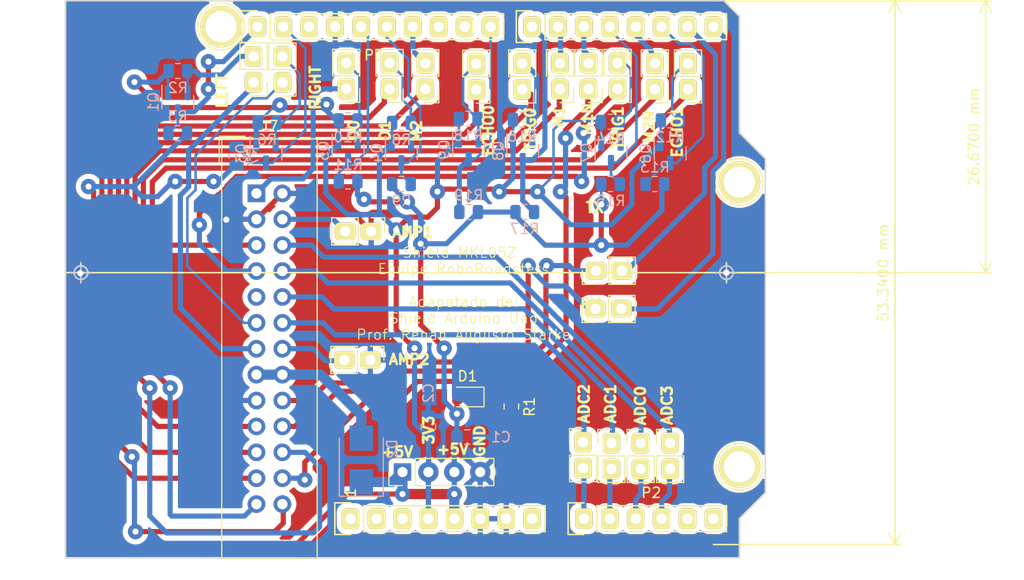
<source format=kicad_pcb>
(kicad_pcb (version 20221018) (generator pcbnew)
  (title_block (date "lun. 30 mars 2015"))
  (layers (0 "F.Cu" signal) (31 "B.Cu" signal) (34 "B.Paste" user) (35 "F.Paste" user) (36 "B.SilkS" user "B.Silkscreen") (37 "F.SilkS" user "F.Silkscreen") (38 "B.Mask" user) (39 "F.Mask" user) (44 "Edge.Cuts" user))
  (net 0 "")
  (net 1 "/IOREF")
  (net 2 "/Reset")
  (net 3 "+5V")
  (net 4 "GND")
  (net 5 "/Vin")
  (net 6 "/AREF")
  (net 7 "+3.3V")
  (net 8 "Net-(D1-K)")
  (net 10 "Net-(J8-Pin_2)")
  (net 11 "A3")
  (net 12 "ADC3")
  (net 13 "13")
  (net 14 "12")
  (net 15 "11")
  (net 16 "10")
  (net 17 "9")
  (net 18 "8")
  (net 19 "7")
  (net 20 "6")
  (net 21 "5")
  (net 22 "4")
  (net 23 "3")
  (net 24 "2")
  (net 25 "Tx")
  (net 26 "Rx")
  (net 27 "A0")
  (net 28 "A1")
  (net 29 "A2")
  (net 30 "ADC0")
  (net 31 "Trig0")
  (net 32 "L_TCRT")
  (net 33 "ADC1")
  (net 34 "Echo0")
  (net 35 "R_TCRT")
  (net 36 "Echo1")
  (net 37 "RXB")
  (net 38 "PWM2")
  (net 39 "Trig1")
  (net 40 "TXB")
  (net 41 "PWM1N")
  (net 42 "D0")
  (net 43 "D1")
  (net 44 "ADC2")
  (net 45 "PWM1")
  (net 46 "PWM2N")
  (net 47 "AMP1")
  (net 48 "AMP2")
  (net 49 "A5(SCL)")
  (net 50 "A4(SDA)")
  (net 51 "Net-(J9-Pin_2)")
  (net 52 "+5VP")
  (net 53 "Net-(J10-Pin_2)")
  (net 54 "Net-(J11-Pin_2)")
  (net 55 "Net-(J12-Pin_2)")
  (net 56 "Net-(J13-Pin_2)")
  (net 57 "Net-(J14-Pin_2)")
  (net 58 "Net-(J16-Pin_2)")
  (footprint "Socket_Arduino_Uno:Socket_Strip_Arduino_1x08" (layer "F.Cu") (at 138.938 123.825)
    (fp_text reference "P1" hide)
    (fp_text value "Power")
  )
  (footprint "Socket_Arduino_Uno:Socket_Strip_Arduino_1x06" (layer "F.Cu") (at 161.798 123.825)
    (fp_text reference "P2")
    (fp_text value "Analog")
  )
  (footprint "Socket_Arduino_Uno:Socket_Strip_Arduino_1x10" (layer "F.Cu") (at 129.794 75.565)
    (fp_text reference "P3")
    (fp_text value "Digital")
  )
  (footprint "Socket_Arduino_Uno:Socket_Strip_Arduino_1x08" (layer "F.Cu") (at 156.718 75.565)
    (fp_text reference "P4")
    (fp_text value "Digital")
  )
  (footprint "Socket_Arduino_Uno:Arduino_1pin" (layer "F.Cu") (at 126.238 75.565)
    (fp_text reference "P7" hide)
    (fp_text value "CONN_01X01" hide)
  )
  (footprint "Socket_Arduino_Uno:Arduino_1pin" (layer "F.Cu") (at 177.038 90.805)
    (fp_text reference "P8" hide)
    (fp_text value "CONN_01X01" hide)
  )
  (footprint "Socket_Arduino_Uno:Arduino_1pin" (layer "F.Cu") (at 177.038 118.745)
    (fp_text reference "P6" hide)
    (fp_text value "CONN_01X01" hide)
  )
  (footprint "Connector_PinHeader_2.54mm:PinHeader_1x04_P2.54mm_Vertical" (layer "F.Cu") (at 144.018 119.253 90)
    (fp_text reference "J23" hide)
    (fp_text value "Conn_01x04_Male")
  )
  (footprint "Resistor_SMD:R_0805_2012Metric" (layer "F.Cu") (at 154.686 112.8245 -90)
    (fp_text reference "R1")
    (fp_text value "R")
  )
  (footprint "LED_SMD:LED_0805_2012Metric" (layer "F.Cu") (at 150.3195 111.887 180)
    (fp_text reference "D1")
    (fp_text value "LED")
  )
  (footprint "Connector_PinHeader_2.54mm:PinHeader_1x02_P2.54mm_Vertical" (layer "F.Cu") (at 162.258 81.685 180)
    (fp_text reference "J20" hide)
    (fp_text value "Conn_01x02_Male")
  )
  (footprint "Connector_PinHeader_2.54mm:PinHeader_1x02_P2.54mm_Vertical" (layer "F.Cu") (at 142.75 81.675 180)
    (fp_text reference "J16" hide)
    (fp_text value "Conn_01x02_Male")
  )
  (footprint "Connector_PinHeader_2.54mm:PinHeader_1x02_P2.54mm_Vertical" (layer "F.Cu") (at 168.75 81.715 180)
    (fp_text reference "J15" hide)
    (fp_text value "Conn_01x02_Male")
  )
  (footprint "Connector_PinHeader_2.54mm:PinHeader_1x02_P2.54mm_Vertical" (layer "F.Cu") (at 138.5 81.655 180)
    (fp_text reference "J14" hide)
    (fp_text value "Conn_01x02_Male")
  )
  (footprint "Connector_PinHeader_2.54mm:PinHeader_1x02_P2.54mm_Vertical" (layer "F.Cu") (at 165.098 81.665 180)
    (fp_text reference "J13" hide)
    (fp_text value "Conn_01x02_Male")
  )
  (footprint "Connector_PinHeader_2.54mm:PinHeader_1x02_P2.54mm_Vertical" (layer "F.Cu") (at 155.75 81.715 180)
    (fp_text reference "J12" hide)
    (fp_text value "Conn_01x02_Male")
  )
  (footprint "Connector_PinHeader_2.54mm:PinHeader_1x02_P2.54mm_Vertical" (layer "F.Cu") (at 151.25 81.745 180)
    (fp_text reference "J11" hide)
    (fp_text value "Conn_01x02_Male")
  )
  (footprint "Connector_PinHeader_2.54mm:PinHeader_1x02_P2.54mm_Vertical" (layer "F.Cu") (at 129.428 81.02 180)
    (fp_text reference "J9" hide)
    (fp_text value "Conn_01x02_Male")
  )
  (footprint "Connector_PinHeader_2.54mm:PinHeader_1x02_P2.54mm_Vertical" (layer "F.Cu") (at 132.25 81.04 180)
    (fp_text reference "J8" hide)
    (fp_text value "Conn_01x02_Male")
  )
  (footprint "Connector_PinHeader_2.54mm:PinHeader_1x02_P2.54mm_Vertical" (layer "F.Cu") (at 140.868 108.255 -90)
    (fp_text reference "J6" hide)
    (fp_text value "Conn_01x02_Male")
  )
  (footprint "Connector_PinHeader_2.54mm:PinHeader_1x02_P2.54mm_Vertical" (layer "F.Cu") (at 140.948 95.645 -90)
    (fp_text reference "J5" hide)
    (fp_text value "Conn_01x02_Male")
  )
  (footprint "Connector_PinHeader_2.54mm:PinHeader_1x02_P2.54mm_Vertical" (layer "F.Cu") (at 170.248 116.395)
    (fp_text reference "J4" hide)
    (fp_text value "Conn_01x02_Male")
  )
  (footprint "Connector_PinHeader_2.54mm:PinHeader_1x02_P2.54mm_Vertical" (layer "F.Cu") (at 164.488 116.405)
    (fp_text reference "J2" hide)
    (fp_text value "Conn_01x02_Male")
  )
  (footprint "Connector_PinHeader_2.54mm:PinHeader_1x02_P2.54mm_Vertical" (layer "F.Cu") (at 167.358 116.405)
    (fp_text reference "J1" hide)
    (fp_text value "Conn_01x02_Male")
  )
  (footprint "Connector_PinHeader_2.54mm:PinHeader_1x02_P2.54mm_Vertical" (layer "F.Cu") (at 172 81.715 180)
    (fp_text reference "J10" hide)
    (fp_text value "Conn_01x02_Male")
  )
  (footprint "Connector_PinHeader_2.54mm:PinHeader_1x02_P2.54mm_Vertical" (layer "F.Cu") (at 146.25 81.695 180)
    (fp_text reference "J19" hide)
    (fp_text value "Conn_01x02_Male")
  )
  (footprint "Connector_PinHeader_2.54mm:PinHeader_1x02_P2.54mm_Vertical" (layer "F.Cu") (at 159.458 81.685 180)
    (fp_text reference "J21" hide)
    (fp_text value "Conn_01x02_Male")
  )
  (footprint "Connector_PinHeader_2.54mm:PinHeader_1x02_P2.54mm_Vertical" (layer "F.Cu") (at 162.975 99.5 90)
    (fp_text reference "J17" hide)
    (fp_text value "Conn_01x02_Male")
  )
  (footprint "Connector_PinHeader_2.54mm:PinHeader_1x02_P2.54mm_Vertical" (layer "F.Cu") (at 161.718 116.325)
    (fp_text reference "J3" hide)
    (fp_text value "Conn_01x02_Male")
  )
  (footprint "Connector_PinHeader_2.54mm:PinHeader_1x02_P2.54mm_Vertical" (layer "F.Cu") (at 162.938 103.25 90)
    (fp_text reference "J18" hide)
    (fp_text value "Conn_01x02_Male")
  )
  (footprint "Connector_IDC:IDC-Header_2x13_P2.54mm_Vertical" (layer "F.Cu") (at 129.70764 91.91752)
    (fp_text reference "J7")
    (fp_text value "Conn_02x13_Odd_Even")
  )
  (footprint "Capacitor_SMD:C_0805_2012Metric_Pad1.15x1.40mm_HandSolder" (layer "B.Cu") (at 150.368 115.824)
    (fp_text reference "C1")
    (fp_text value "100n")
  )
  (footprint "Capacitor_SMD:C_0805_2012Metric_Pad1.15x1.40mm_HandSolder" (layer "B.Cu") (at 146.558 114.808 90)
    (fp_text reference "C2")
    (fp_text value "100n")
  )
  (footprint "Diode_SMD:D_SMB" (layer "B.Cu") (at 139.9794 118.0719 90)
    (fp_text reference "D2")
    (fp_text value "D_Schottky")
  )
  (footprint "Resistor_SMD:R_0805_2012Metric" (layer "B.Cu") (at 164.4125 91)
    (fp_text reference "R15")
    (fp_text value "2k2")
  )
  (footprint "Resistor_SMD:R_0805_2012Metric" (layer "B.Cu") (at 164.3875 84.9)
    (fp_text reference "R14")
    (fp_text value "2k2")
  )
  (footprint "Package_TO_SOT_SMD:SOT-23" (layer "B.Cu") (at 164.45 87.9375 -90)
    (fp_text reference "Q7")
    (fp_text value "2N7002")
  )
  (footprint "Package_TO_SOT_SMD:SOT-23" (layer "B.Cu") (at 143.9125 87.9625 -90)
    (fp_text reference "Q4")
    (fp_text value "2N7002")
  )
  (footprint "Resistor_SMD:R_0805_2012Metric" (layer "B.Cu") (at 122.0125 79.9125)
    (fp_text reference "R2")
    (fp_text value "2k2")
  )
  (footprint "Package_TO_SOT_SMD:SOT-23" (layer "B.Cu") (at 150.50625 87.6375 -90)
    (fp_text reference "Q9")
    (fp_text value "2N7002")
  )
  (footprint "Resistor_SMD:R_0805_2012Metric" (layer "B.Cu") (at 170.25 84.75)
    (fp_text reference "R12")
    (fp_text value "2k2")
  )
  (footprint "Resistor_SMD:R_0805_2012Metric" (layer "B.Cu") (at 155.75 84.685)
    (fp_text reference "R16")
    (fp_text value "2k2")
  )
  (footprint "Package_TO_SOT_SMD:SOT-23" (layer "B.Cu") (at 130.6375 88 -90)
    (fp_text reference "Q3")
    (fp_text value "2N7002")
  )
  (footprint "Package_TO_SOT_SMD:SOT-23" (layer "B.Cu") (at 170.25 88 -90)
    (fp_text reference "Q6")
    (fp_text value "2N7002")
  )
  (footprint "Resistor_SMD:R_0805_2012Metric" (layer "B.Cu") (at 143.9125 91)
    (fp_text reference "R9")
    (fp_text value "2k2")
  )
  (footprint "Resistor_SMD:R_0805_2012Metric" (layer "B.Cu") (at 127.75 88.25 90)
    (fp_text reference "R7")
    (fp_text value "2k2")
  )
  (footprint "Resistor_SMD:R_0805_2012Metric" (layer "B.Cu") (at 138.6875 90.75 180)
    (fp_text reference "R11")
    (fp_text value "2k2")
  )
  (footprint "Resistor_SMD:R_0805_2012Metric" (layer "B.Cu") (at 143.9125 85)
    (fp_text reference "R8")
    (fp_text value "2k2")
  )
  (footprint "Package_TO_SOT_SMD:SOT-23" (layer "B.Cu") (at 122 82.975 -90)
    (fp_text reference "Q1")
    (fp_text value "2N7002")
  )
  (footprint "Resistor_SMD:R_0805_2012Metric" (layer "B.Cu") (at 150.45625 84.6)
    (fp_text reference "R18")
    (fp_text value "2k2")
  )
  (footprint "Resistor_SMD:R_0805_2012Metric" (layer "B.Cu") (at 150.5 93.75 180)
    (fp_text reference "R19")
    (fp_text value "2k2")
  )
  (footprint "Resistor_SMD:R_0805_2012Metric" (layer "B.Cu") (at 130.75 85)
    (fp_text reference "R6")
    (fp_text value "2k2")
  )
  (footprint "Package_TO_SOT_SMD:SOT-23" (layer "B.Cu") (at 138.6875 87.75 -90)
    (fp_text reference "Q5")
    (fp_text value "2N7002")
  )
  (footprint "Package_TO_SOT_SMD:SOT-23" (layer "B.Cu") (at 155.8 87.7475 -90)
    (fp_text reference "Q8")
    (fp_text value "2N7002")
  )
  (footprint "Resistor_SMD:R_0805_2012Metric" (layer "B.Cu") (at 138.6875 84.75)
    (fp_text reference "R10")
    (fp_text value "2k2")
  )
  (footprint "Resistor_SMD:R_0805_2012Metric" (layer "B.Cu") (at 121.9875 86.0125 180)
    (fp_text reference "R3")
    (fp_text value "2k2")
  )
  (footprint "Resistor_SMD:R_0805_2012Metric" (layer "B.Cu") (at 168.75 91 180)
    (fp_text reference "R13")
    (fp_text value "2k2")
  )
  (footprint "Resistor_SMD:R_0805_2012Metric" (layer "B.Cu") (at 156 93.75)
    (fp_text reference "R17")
    (fp_text value "2k2")
  )
  (gr_line (start 179.5 99.695) (end 111 99.695) (stroke (width 0.15)) (layer "F.SilkS"))
  (gr_line (start 177.038 127.6604) (end 177.038 123.825) (stroke (width 0.15)) (layer "Edge.Cuts"))
  (gr_line (start 175.514 73.025) (end 110.998 73.025) (stroke (width 0.15)) (layer "Edge.Cuts"))
  (gr_line (start 110.998 127.6604) (end 177.038 127.6604) (stroke (width 0.15)) (layer "Edge.Cuts"))
  (gr_line (start 177.038 85.979) (end 177.038 74.549) (stroke (width 0.15)) (layer "Edge.Cuts"))
  (gr_line (start 177.038 123.825) (end 179.578 121.285) (stroke (width 0.15)) (layer "Edge.Cuts"))
  (gr_line (start 110.998 73.025) (end 110.998 127.6604) (stroke (width 0.15)) (layer "Edge.Cuts"))
  (gr_line (start 177.038 74.549) (end 175.514 73.025) (stroke (width 0.15)) (layer "Edge.Cuts"))
  (gr_line (start 179.578 121.285) (end 179.578 88.519) (stroke (width 0.15)) (layer "Edge.Cuts"))
  (gr_line (start 179.578 88.519) (end 177.038 85.979) (stroke (width 0.15)) (layer "Edge.Cuts"))
  (gr_text "ADC3" (at 169.9514 112.6998 90) (layer "F.SilkS") (effects (font (size 1 1) (thickness 0.25))))
  (gr_text "RIGHT" (at 135.46836 81.54924 90) (layer "F.SilkS") (effects (font (size 1 1) (thickness 0.25))))
  (gr_text "M2N" (at 168.1988 85.3948 90) (layer "F.SilkS") (effects (font (size 1 1) (thickness 0.25))))
  (gr_text "ADC0" (at 167.3352 112.7252 90) (layer "F.SilkS") (effects (font (size 1 1) (thickness 0.25))))
  (gr_text "GND" (at 151.5872 116.205 90) (layer "F.SilkS") (effects (font (size 1 1) (thickness 0.25))))
  (gr_text "Shield MKL05Z \nEquipe RoboRoadsters\n\nAdapatado de:\nShield Arduino Uno\nProf. Renan Augusto Starke" (at 150 101.75) (layer "F.SilkS") (effects (font (size 1 1) (thickness 0.1))))
  (gr_text "TRIG1" (at 165.1508 85.471 90) (layer "F.SilkS") (effects (font (size 1 1) (thickness 0.25))))
  (gr_text "M1" (at 159.3596 84.3788 90) (layer "F.SilkS") (effects (font (size 1 1) (thickness 0.25))))
  (gr_text "AMP1" (at 145.0086 95.7326) (layer "F.SilkS") (effects (font (size 1 1) (thickness 0.25))))
  (gr_text "ADC1" (at 164.4142 112.5474 90) (layer "F.SilkS") (effects (font (size 1 1) (thickness 0.25))))
  (gr_text "ADC2" (at 161.8234 112.5474 90) (layer "F.SilkS") (effects (font (size 1 1) (thickness 0.25))))
  (gr_text "RX" (at 162.433 102.7684) (layer "F.SilkS") (effects (font (size 1 1) (thickness 0.25))))
  (gr_text "1" (at 138.938 121.285 90) (layer "F.SilkS") (effects (font (size 1 1))))
  (gr_text "+5V" (at 143.51 117.2718) (layer "F.SilkS") (effects (font (size 1 1) (thickness 0.25))))
  (gr_text "3V3" (at 146.5961 115.1382 90) (layer "F.SilkS") (effects (font (size 1 1) (thickness 0.25))))
  (gr_text "ECHO0" (at 152.4508 85.7504 90) (layer "F.SilkS") (effects (font (size 1 1) (thickness 0.25))))
  (gr_text "D0" (at 139.2555 85.7123 90) (layer "F.SilkS") (effects (font (size 1 1) (thickness 0.25))))
  (gr_text "M2" (at 145.3896 85.8012 90) (layer "F.SilkS") (effects (font (size 1 1) (thickness 0.25))))
  (gr_text "AMP2" (at 144.6784 108.204) (layer "F.SilkS") (effects (font (size 1 1) (thickness 0.25))))
  (gr_text "TRIG0" (at 156.5656 85.6234 90) (layer "F.SilkS") (effects (font (size 1 1) (thickness 0.25))))
  (gr_text "D1" (at 142.3162 85.7504 90) (layer "F.SilkS") (effects (font (size 1 1) (thickness 0.25))))
  (gr_text "LEFT" (at 126.32944 81.87944 90) (layer "F.SilkS") (effects (font (size 1 1) (thickness 0.25))))
  (gr_text "+5V" (at 148.9456 117.0178) (layer "F.SilkS") (effects (font (size 1 1) (thickness 0.25))))
  (gr_text "M1N" (at 162.1536 84.6328 90) (layer "F.SilkS") (effects (font (size 1 1) (thickness 0.25))))
  (gr_text "TX" (at 162.8648 93.3196) (layer "F.SilkS") (effects (font (size 1 1) (thickness 0.25))))
  (gr_text "ECHO1" (at 170.942 85.9028 90) (layer "F.SilkS") (effects (font (size 1 1) (thickness 0.25))))
  (dimension (type aligned) (layer "F.SilkS") (pts (xy 174.498 99.695) (xy 174.498 73.025)) (height 26.67) (gr_text "26.6700 mm" (at 200.018 86.36 90) (layer "F.SilkS") (effects (font (size 1 1) (thickness 0.15)))) (format (prefix "") (suffix "") (units 2) (units_format 1) (precision 4)) (style (thickness 0.15) (arrow_length 1.27) (text_position_mode 0) (extension_height 0.58642) (extension_offset 0) keep_text_aligned))
  (dimension (type aligned) (layer "F.SilkS") (pts (xy 174.498 126.365) (xy 174.498 73.025)) (height 17.78) (gr_text "53.3400 mm" (at 191.128 99.695 90) (layer "F.SilkS") (effects (font (size 1 1) (thickness 0.15)))) (format (prefix "") (suffix "") (units 2) (units_format 1) (precision 4)) (style (thickness 0.15) (arrow_length 1.27) (text_position_mode 0) (extension_height 0.58642) (extension_offset 0) keep_text_aligned))
  (target plus (at 175.768 99.695) (size 2) (width 0.15) (layer "Edge.Cuts"))
  (target plus (at 112.5 99.695) (size 2) (width 0.15) (layer "Edge.Cuts"))
  (segment (start 140.5 92.75) (end 144.49707 92.75) (width 0.5) (layer "F.Cu") (net 3))
  (segment (start 113.75 91.75) (end 113.75 123.18782) (width 0.5) (layer "F.Cu") (net 3))
  (segment (start 163.5 93) (end 163.5 97) (width 0.5) (layer "F.Cu") (net 3))
  (segment (start 149.352 111.917) (end 149.382 111.887) (width 0.508) (layer "F.Cu") (net 3))
  (segment (start 145.8 96.8627) (end 145.8 104.8) (width 0.508) (layer "F.Cu") (net 3))
  (segment (start 117.21198 126.6498) (end 133.348384 126.6498) (width 0.5) (layer "F.Cu") (net 3))
  (segment (start 113.75 123.18782) (end 117.21198 126.6498) (width 0.5) (layer "F.Cu") (net 3))
  (segment (start 113.25 91.25) (end 113.75 91.75) (width 0.5) (layer "F.Cu") (net 3))
  (segment (start 144.018 121.412) (end 149.098 121.412) (width 1) (layer "F.Cu") (net 3))
  (segment (start 149.352 113.538) (end 149.352 111.917) (width 0.508) (layer "F.Cu") (net 3))
  (segment (start 133.348384 126.6498) (end 138.586184 121.412) (width 0.5) (layer "F.Cu") (net 3))
  (segment (start 140.25 92.5) (end 140.5 92.75) (width 0.5) (layer "F.Cu") (net 3))
  (segment (start 138.586184 121.412) (end 144.018 121.412) (width 0.5) (layer "F.Cu") (net 3))
  (segment (start 125.5 90.75) (end 121.75 90.75) (width 0.5) (layer "F.Cu") (net 3))
  (segment (start 145.8 104.8) (end 148.1 107.1) (width 0.508) (layer "F.Cu") (net 3))
  (segment (start 144.49707 92.75) (end 144.499866 92.752796) (width 0.5) (layer "F.Cu") (net 3))
  (via (at 149.098 121.412) (size 1.5) (drill 0.6) (layers "F.Cu" "B.Cu") (net 3))
  (via (at 113.25 91.25) (size 1.5) (drill 0.6) (layers "F.Cu" "B.Cu") (net 3))
  (via (at 145.8 96.8627) (size 1.5) (drill 0.6) (layers "F.Cu" "B.Cu") (net 3))
  (via (at 144.499866 92.752796) (size 1.5) (drill 0.6) (layers "F.Cu" "B.Cu") (net 3))
  (via (at 149.352 113.538) (size 1.5) (drill 0.6) (layers "F.Cu" "B.Cu") (net 3))
  (via (at 140.25 92.5) (size 1.5) (drill 0.6) (layers "F.Cu" "B.Cu") (net 3))
  (via (at 163.5 97) (size 1.5) (drill 0.6) (layers "F.Cu" "B.Cu") (net 3))
  (via (at 125.5 90.75) (size 1.5) (drill 0.6) (layers "F.Cu" "B.Cu") (net 3))
  (via (at 144.018 121.412) (size 1.5) (drill 0.6) (layers "F.Cu" "B.Cu") (net 3))
  (via (at 148.1 107.1) (size 1.5) (drill 0.6) (layers "F.Cu" "B.Cu") (net 3))
  (via (at 163.5 93) (size 1.5) (drill 0.6) (layers "F.Cu" "B.Cu") (net 3))
  (via (at 121.75 90.75) (size 1.5) (drill 0.6) (layers "F.Cu" "B.Cu") (net 3))
  (segment (start 127.5875 89.1625) (end 127 89.75) (width 0.5) (layer "B.Cu") (net 3))
  (segment (start 144.499866 92.749866) (end 143 91.25) (width 0.5) (layer "B.Cu") (net 3))
  (segment (start 118.5 92.25) (end 117.625 91.375) (width 0.5) (layer "B.Cu") (net 3))
  (segment (start 149.343 115.024) (end 149.352 115.015) (width 0.508) (layer "B.Cu") (net 3))
  (segment (start 143.9164 119.1514) (end 144.018 119.253) (width 1) (layer "B.Cu") (net 3))
  (segment (start 151.4125 93.75) (end 154.75 93.75) (width 0.5) (layer "B.Cu") (net 3))
  (segment (start 120 92.25) (end 118.5 92.25) (width 0.5) (layer "B.Cu") (net 3))
  (segment (start 140.25 92.75) (end 140.25 92.75) (width 0.5) (layer "B.Cu") (net 3))
  (segment (start 143 91.25) (end 143 91) (width 0.5) (layer "B.Cu") (net 3))
  (segment (start 149.352 115.015) (end 149.352 113.538) (width 0.508) (layer "B.Cu") (net 3))
  (segment (start 148.1 112.286) (end 148.1 107.1) (width 0.508) (layer "B.Cu") (net 3))
  (segment (start 145.8 96.8627) (end 148.325459 96.8627) (width 0.5) (layer "B.Cu") (net 3))
  (segment (start 139.6 92.1) (end 140 92.5) (width 0.5) (layer "B.Cu") (net 3))
  (segment (start 126.25 90.5) (end 126 90.75) (width 0.25) (layer "B.Cu") (net 3))
  (segment (start 127 89.75) (end 126.25 90.5) (width 0.5) (layer "B.Cu") (net 3))
  (segment (start 166 97) (end 169.45 93.55) (width 0.5) (layer "B.Cu") (net 3))
  (segment (start 143.0491 120.2219) (end 144.018 119.253) (width 1) (layer "B.Cu") (net 3))
  (segment (start 145.8 95) (end 146 94.8) (width 0.508) (layer "B.Cu") (net 3))
  (segment (start 122.7012 86.2113) (end 122.9 86.0125) (width 0.5) (layer "B.Cu") (net 3))
  (segment (start 163.5 91) (end 163.5 93) (width 0.25) (layer "B.Cu") (net 3))
  (segment (start 140.25 92.5) (end 140.25 92.75) (width 0.5) (layer "B.Cu") (net 3))
  (segment (start 113.25 91.25) (end 117.25 91.25) (width 0.5) (layer "B.Cu") (net 3))
  (segment (start 125.5 90.75) (end 125.75 90.75) (width 0.25) (layer "B.Cu") (net 3))
  (segment (start 139.6 91.1) (end 139.6 92.1) (width 0.5) (layer "B.Cu") (net 3))
  (segment (start 127.75 89.1625) (end 127.5875 89.1625) (width 0.25) (layer "B.Cu") (net 3))
  (segment (start 122.9 86.038159) (end 122.9 86.0125) (width 0.5) (layer "B.Cu") (net 3))
  (segment (start 139.7 91) (end 139.6 91.1) (width 0.5) (layer "B.Cu") (net 3))
  (segment (start 139.9794 120.2219) (end 143.0491 120.2219) (width 1) (layer "B.Cu") (net 3))
  (segment (start 149.098 121.412) (end 149.098 123.825) (width 1) (layer "B.Cu") (net 3))
  (segment (start 151.4125 93.775659) (end 151.4125 93.75) (width 0.5) (layer "B.Cu") (net 3))
  (segment (start 144.499866 92.752796) (end 144.499866 92.749866) (width 0.5) (layer "B.Cu") (net 3))
  (segment (start 144.018 119.253) (end 144.018 121.412) (width 1) (layer "B.Cu") (net 3))
  (segment (start 145.8 96.8627) (end 145.8 95) (width 0.508) (layer "B.Cu") (net 3))
  (segment (start 158 97) (end 163.5 97) (width 0.5) (layer "B.Cu") (net 3))
  (segment (start 126 90.75) (end 125.5 90.75) (width 0.25) (layer "B.Cu") (net 3))
  (segment (start 154.75 93.75) (end 158 97) (width 0.5) (layer "B.Cu") (net 3))
  (segment (start 140 92.5) (end 140.25 92.5) (width 0.5) (layer "B.Cu") (net 3))
  (segment (start 149.343 115.824) (end 149.343 115.024) (width 0.508) (layer "B.Cu") (net 3))
  (segment (start 149.352 113.538) (end 148.1 112.286) (width 0.508) (layer "B.Cu") (net 3))
  (segment (start 145.8 94.05) (end 145.8 96.8627) (width 0.5) (layer "B.Cu") (net 3))
  (segment (start 145.8 96.8627) (end 145.8 94.549077) (width 0.508) (layer "B.Cu") (net 3))
  (segment (start 144.502796 92.752796) (end 145.8 94.05) (width 0.5) (layer "B.Cu") (net 3))
  (segment (start 169.45 93.55) (end 169.45 91) (width 0.5) (layer "B.Cu") (net 3))
  (segment (start 144.499866 92.752796) (end 144.502796 92.752796) (width 0.5) (layer "B.Cu") (net 3))
  (segment (start 117.688159 91.25) (end 122.9 86.038159) (width 0.5) (layer "B.Cu") (net 3))
  (segment (start 121.375 90.875) (end 120 92.25) (width 0.5) (layer "B.Cu") (net 3))
  (segment (start 148.325459 96.8627) (end 151.4125 93.775659) (width 0.5) (layer "B.Cu") (net 3))
  (segment (start 149.098 119.253) (end 149.098 115.833) (width 0.508) (layer "B.Cu") (net 3))
  (segment (start 117.25 91.25) (end 117.688159 91.25) (width 0.5) (layer "B.Cu") (net 3))
  (segment (start 163.5 97) (end 166 97) (width 0.5) (layer "B.Cu") (net 3))
  (segment (start 149.098 119.253) (end 149.098 123.825) (width 0.508) (layer "B.Cu") (net 3))
  (segment (start 129.70764 94.45752) (end 132.24764 91.91752) (width 0.5) (layer "F.Cu") (net 4))
  (segment (start 140.868 108.255) (end 140.868 95.725) (width 0.25) (layer "F.Cu") (net 4))
  (segment (start 140.868 95.725) (end 140.948 95.645) (width 0.25) (layer "F.Cu") (net 4))
  (segment (start 137.22052 91.91752) (end 140.948 95.645) (width 0.5) (layer "F.Cu") (net 4))
  (segment (start 132.24764 91.91752) (end 137.22052 91.91752) (width 0.5) (layer "F.Cu") (net 4))
  (via (at 175.768 99.695) (size 1.5) (drill 0.6) (layers "F.Cu" "B.Cu") (net 4))
  (via (at 126.75 94.5) (size 1.5) (drill 0.6) (layers "F.Cu" "B.Cu") (net 4))
  (via (at 112.4457 99.75) (size 1.5) (drill 0.6) (layers "F.Cu" "B.Cu") (net 4))
  (segment (start 151.638 123.825) (end 151.638 119.253) (width 0.508) (layer "B.Cu") (net 4))
  (segment (start 151.638 116.069) (end 151.393 115.824) (width 0.508) (layer "B.Cu") (net 4))
  (segment (start 157.752524 91.747476) (end 157.252524 91.747476) (width 0.508) (layer "F.Cu") (net 7))
  (segment (start 143.4 105.3) (end 145.2 107.1) (width 0.508) (layer "F.Cu") (net 7))
  (segment (start 153.25 91.5) (end 147.69375 91.5) (width 0.508) (layer "F.Cu") (net 7))
  (segment (start 157.25 91.75) (end 153.5 91.75) (width 0.508) (layer "F.Cu") (net 7))
  (segment (start 144.65 94.25) (end 146.5 94.25) (width 0.508) (layer "F.Cu") (net 7))
  (segment (start 147.69375 91.5) (end 147.44375 91.75) (width 0.508) (layer "F.Cu") (net 7))
  (segment (start 143.4 95.5) (end 143.4 105.3) (width 0.508) (layer "F.Cu") (net 7))
  (segment (start 120.25 83.5) (end 117.75 81) (width 0.5) (layer "F.Cu") (net 7))
  (segment (start 136.260147 83.5) (end 120.25 83.5) (width 0.5) (layer "F.Cu") (net 7))
  (segment (start 147.44375 93.30625) (end 147.44375 91.75) (width 0.508) (layer "F.Cu") (net 7))
  (segment (start 153.5 91.75) (end 153.25 91.5) (width 0.508) (layer "F.Cu") (net 7))
  (segment (start 136.569647 83.1905) (end 136.260147 83.5) (width 0.5) (layer "F.Cu") (net 7))
  (segment (start 143.4 95.5) (end 144.65 94.25) (width 0.508) (layer "F.Cu") (net 7))
  (segment (start 157.252524 91.747476) (end 157.25 91.75) (width 0.508) (layer "F.Cu") (net 7))
  (segment (start 146.5 94.25) (end 147.44375 93.30625) (width 0.508) (layer "F.Cu") (net 7))
  (via (at 132 83.25) (size 1.5) (drill 0.6) (layers "F.Cu" "B.Cu") (net 7))
  (via (at 147.44375 91.75) (size 1.5) (drill 0.6) (layers "F.Cu" "B.Cu") (net 7))
  (via (at 143.4 95.5) (size 1.5) (drill 0.6) (layers "F.Cu" "B.Cu") (net 7))
  (via (at 157.25 91.75) (size 1.5) (drill 0.6) (layers "F.Cu" "B.Cu") (net 7))
  (via (at 153.5 91.75) (size 1.5) (drill 0.6) (layers "F.Cu" "B.Cu") (net 7))
  (via (at 136.569647 83.1905) (size 1.5) (drill 0.6) (layers "F.Cu" "B.Cu") (net 7))
  (via (at 117.75 81) (size 1.5) (drill 0.6) (layers "F.Cu" "B.Cu") (net 7))
  (via (at 145.2 107.1) (size 1.5) (drill 0.6) (layers "F.Cu" "B.Cu") (net 7))
  (segment (start 153.5 91.75) (end 154.85 90.4) (width 0.508) (layer "B.Cu") (net 7))
  (segment (start 142.9625 87.025) (end 142.9625 87.1125) (width 0.25) (layer "B.Cu") (net 7))
  (segment (start 131.5875 83.25) (end 132 83.25) (width 0.25) (layer "B.Cu") (net 7))
  (segment (start 141.9 94) (end 138.6 94) (width 0.508) (layer "B.Cu") (net 7))
  (segment (start 158.8202 90.1798) (end 158.8202 85.6798) (width 0.25) (layer "B.Cu") (net 7))
  (segment (start 157.25 91.75) (end 158.8202 90.1798) (width 0.25) (layer "B.Cu") (net 7))
  (segment (start 154.85 84.6975) (end 154.8375 84.685) (width 0.25) (layer "B.Cu") (net 7))
  (segment (start 154.85 86.81) (end 154.85 84.6975) (width 0.25) (layer "B.Cu") (net 7))
  (segment (start 166.5 93) (end 166.5 89.8625) (width 0.5) (layer "B.Cu") (net 7))
  (segment (start 164.5 95) (end 166.5 93) (width 0.5) (layer "B.Cu") (net 7))
  (segment (start 146.558 117.375) (end 146.6 117.4) (width 0.508) (layer "B.Cu") (net 7))
  (segment (start 137.775 87.0875) (end 137.7375 87.125) (width 0.25) (layer "B.Cu") (net 7))
  (segment (start 129.6875 87.0625) (end 129.6875 85.15) (width 0.508) (layer "B.Cu") (net 7))
  (segment (start 121.05 79.9625) (end 121.1 79.9125) (width 0.25) (layer "B.Cu") (net 7))
  (segment (start 160.5 95) (end 164.5 95) (width 0.5) (layer "B.Cu") (net 7))
  (segment (start 141.75 93.85) (end 141.75 88.2375) (width 0.5) (layer "B.Cu") (net 7))
  (segment (start 141.75 88.2375) (end 142.9625 87.025) (width 0.5) (layer "B.Cu") (net 7))
  (segment (start 136.5 88.3625) (end 137.7375 87.125) (width 0.508) (layer "B.Cu") (net 7))
  (segment (start 129.8375 85) (end 131.5875 83.25) (width 0.25) (layer "B.Cu") (net 7))
  (segment (start 143.4 95.5) (end 141.75 93.85) (width 0.5) (layer "B.Cu") (net 7))
  (segment (start 149.54375 86.6875) (end 149.55625 86.7) (width 0.25) (layer "B.Cu") (net 7))
  (segment (start 145.2 114.475) (end 145.2 107.5) (width 0.508) (layer "B.Cu") (net 7))
  (segment (start 166.5 89.8625) (end 169.3 87.0625) (width 0.5) (layer "B.Cu") (net 7))
  (segment (start 147.44375 91.75) (end 147.44375 88.8125) (width 0.508) (layer "B.Cu") (net 7))
  (segment (start 121.05 82.0375) (end 121.05 79.9625) (width 0.25) (layer "B.Cu") (net 7))
  (segment (start 159.6798 84.8202) (end 163.3952 84.8202) (width 0.25) (layer "B.Cu") (net 7))
  (segment (start 163.5 84.925) (end 163.475 84.9) (width 0.25) (layer "B.Cu") (net 7))
  (segment (start 147.44375 88.8125) (end 149.55625 86.7) (width 0.508) (layer "B.Cu") (net 7))
  (segment (start 129.6875 85.15) (end 129.8375 85) (width 0.508) (layer "B.Cu") (net 7))
  (segment (start 117.75 81) (end 120.0125 81) (width 0.5) (layer "B.Cu") (net 7))
  (segment (start 146.558 115.833) (end 146.558 117.375) (width 0.508) (layer "B.Cu") (net 7))
  (segment (start 158.8202 85.6798) (end 159.6798 84.8202) (width 0.25) (layer "B.Cu") (net 7))
  (segment (start 143 84.9) (end 143 86.9875) (width 0.25) (layer "B.Cu") (net 7))
  (segment (start 149.54375 84.6) (end 149.54375 86.6875) (width 0.25) (layer "B.Cu") (net 7))
  (segment (start 136.5 91.9) (end 136.5 88.3625) (width 0.508) (layer "B.Cu") (net 7))
  (segment (start 143.4 95.5) (end 141.9 94) (width 0.508) (layer "B.Cu") (net 7))
  (segment (start 137.775 85) (end 137.775 87.0875) (width 0.25) (layer "B.Cu") (net 7))
  (segment (start 169.3375 84.75) (end 169.3375 87.025) (width 0.25) (layer "B.Cu") (net 7))
  (segment (start 120.0125 81) (end 121.1 79.9125) (width 0.5) (layer "B.Cu") (net 7))
  (segment (start 163.5 87) (end 163.5 84.925) (width 0.25) (layer "B.Cu") (net 7))
  (segment (start 154.85 90.4) (end 154.85 86.81) (width 0.508) (layer "B.Cu") (net 7))
  (segment (start 138.6 94) (end 136.5 91.9) (width 0.508) (layer "B.Cu") (net 7))
  (segment (start 143 86.9875) (end 142.9625 87.025) (width 0.25) (layer "B.Cu") (net 7))
  (segment (start 163.3952 84.8202) (end 163.475 84.9) (width 0.25) (layer "B.Cu") (net 7))
  (segment (start 146.558 115.833) (end 145.2 114.475) (width 0.508) (layer "B.Cu") (net 7))
  (segment (start 145.2 107.1) (end 145.2 107) (width 0.508) (layer "B.Cu") (net 7))
  (segment (start 136.569647 83.794647) (end 137.775 85) (width 0.5) (layer "B.Cu") (net 7))
  (segment (start 145.2 107.5) (end 145.2 107.1) (width 0.508) (layer "B.Cu") (net 7))
  (segment (start 157.25 91.75) (end 160.5 95) (width 0.5) (layer "B.Cu") (net 7))
  (segment (start 136.569647 83.1905) (end 136.569647 83.794647) (width 0.5) (layer "B.Cu") (net 7))
  (segment (start 169.3375 87.025) (end 169.3 87.0625) (width 0.25) (layer "B.Cu") (net 7))
  (segment (start 146.558 123.825) (end 146.558 119.253) (width 0.508) (layer "B.Cu") (net 7))
  (segment (start 146.6 117.4) (end 146.558 119.253) (width 0.508) (layer "B.Cu") (net 7))
  (segment (start 151.257 111.887) (end 154.686 111.887) (width 0.508) (layer "F.Cu") (net 8))
  (segment (start 133.9452 83.3048) (end 133.9452 80.1952) (width 0.25) (layer "B.Cu") (net 10))
  (segment (start 131.5875 87.0625) (end 131.5875 85.075) (width 0.25) (layer "B.Cu") (net 10))
  (segment (start 131.5875 85.075) (end 131.6625 85) (width 0.25) (layer "B.Cu") (net 10))
  (segment (start 131.6625 85) (end 132.25 85) (width 0.25) (layer "B.Cu") (net 10))
  (segment (start 132.25 85) (end 133.9452 83.3048) (width 0.25) (layer "B.Cu") (net 10))
  (segment (start 133.9452 80.1952) (end 132.25 78.5) (width 0.25) (layer "B.Cu") (net 10))
  (segment (start 169.418 123.825) (end 169.418 122.174) (width 0.508) (layer "B.Cu") (net 11))
  (segment (start 169.418 122.174) (end 170.18 121.412) (width 0.508) (layer "B.Cu") (net 11))
  (segment (start 170.18 121.412) (end 170.18 118.999) (width 0.508) (layer "B.Cu") (net 11))
  (segment (start 135.09752 96.99752) (end 136.271 98.171) (width 0.508) (layer "B.Cu") (net 12))
  (segment (start 170.18 115.101) (end 170.18 116.459) (width 0.508) (layer "B.Cu") (net 12))
  (segment (start 153.25 98.171) (end 170.18 115.101) (width 0.508) (layer "B.Cu") (net 12))
  (segment (start 136.271 98.171) (end 153.25 98.171) (width 0.508) (layer "B.Cu") (net 12))
  (segment (start 132.24764 96.99752) (end 135.09752 96.99752) (width 0.508) (layer "B.Cu") (net 12))
  (segment (start 140.6314 76.2424) (end 139.954 75.565) (width 0.25) (layer "B.Cu") (net 13))
  (segment (start 137.775 89.9125) (end 138.6875 89) (width 0.25) (layer "B.Cu") (net 13))
  (segment (start 137.775 91.1) (end 137.775 89.9125) (width 0.25) (layer "B.Cu") (net 13))
  (segment (start 138.6875 89) (end 139.319961 89) (width 0.25) (layer "B.Cu") (net 13))
  (segment (start 140.6314 87.688561) (end 140.6314 76.2424) (width 0.25) (layer "B.Cu") (net 13))
  (segment (start 139.319961 89) (end 140.6314 87.688561) (width 0.25) (layer "B.Cu") (net 13))
  (segment (start 145.7673 84.168418) (end 145.7673 83.446786) (width 0.25) (layer "B.Cu") (net 14))
  (segment (start 143.9125 88.9) (end 144.544961 88.9) (width 0.25) (layer "B.Cu") (net 14))
  (segment (start 142.494 76.644514) (end 142.494 75.565) (width 0.25) (layer "B.Cu") (net 14))
  (segment (start 144.5982 78.748714) (end 142.494 76.644514) (width 0.25) (layer "B.Cu") (net 14))
  (segment (start 144.544961 88.9) (end 145.7673 87.677661) (width 0.25) (layer "B.Cu") (net 14))
  (segment (start 143.9125 90.0875) (end 144.825 91) (width 0.25) (layer "B.Cu") (net 14))
  (segment (start 144.5982 82.277686) (end 144.5982 78.748714) (width 0.25) (layer "B.Cu") (net 14))
  (segment (start 143.9125 88.9) (end 143.9125 90.0875) (width 0.25) (layer "B.Cu") (net 14))
  (segment (start 144.5982 82.277686) (end 144.5982 82.25) (width 0.25) (layer "B.Cu") (net 14))
  (segment (start 145.7673 83.446786) (end 144.5982 82.277686) (width 0.25) (layer "B.Cu") (net 14))
  (segment (start 144.825 91.025659) (end 144.825 91) (width 0.5) (layer "B.Cu") (net 14))
  (segment (start 145.7673 87.677661) (end 145.7673 84.168418) (width 0.25) (layer "B.Cu") (net 14))
  (segment (start 145.034 75.565) (end 145.034 77.939) (width 0.508) (layer "B.Cu") (net 15))
  (segment (start 145.034 77.939) (end 146.25 79.155) (width 0.508) (layer "B.Cu") (net 15))
  (segment (start 150.50625 88.575) (end 151.138711 88.575) (width 0.25) (layer "B.Cu") (net 18))
  (segment (start 149.5875 93.75) (end 149.5875 89.49375) (width 0.5) (layer "B.Cu") (net 18))
  (segment (start 149.5875 89.49375) (end 150.50625 88.575) (width 0.5) (layer "B.Cu") (net 18))
  (segment (start 152.654 87.059711) (end 152.654 75.565) (width 0.25) (layer "B.Cu") (net 18))
  (segment (start 151.138711 88.575) (end 152.654 87.059711) (width 0.25) (layer "B.Cu") (net 18))
  (segment (start 156.6625 93.5) (end 156.1548 92.9923) (width 0.5) (layer "B.Cu") (net 19))
  (segment (start 156.1548 92.9923) (end 156.1548 92.966641) (width 0.5) (layer "B.Cu") (net 19))
  (segment (start 157.9772 76.8242) (end 157.9772 87.4379) (width 0.508) (layer "B.Cu") (net 19))
  (segment (start 156.718 75.565) (end 157.9772 76.8242) (width 0.508) (layer "B.Cu") (net 19))
  (segment (start 157.9772 87.4379) (end 156.7301 88.685) (width 0.508) (layer "B.Cu") (net 19))
  (segment (start 156.7301 88.685) (end 155.8 88.685) (width 0.508) (layer "B.Cu") (net 19))
  (segment (start 156.591 75.692) (end 156.718 75.565) (width 0.508) (layer "B.Cu") (net 19))
  (segment (start 155.8 92.611841) (end 155.8 88.685) (width 0.5) (layer "B.Cu") (net 19))
  (segment (start 156.1548 92.966641) (end 155.8 92.611841) (width 0.5) (layer "B.Cu") (net 19))
  (segment (start 159.512 79.629) (end 159.512 75.819) (width 0.508) (layer "B.Cu") (net 20))
  (segment (start 159.512 75.819) (end 159.258 75.565) (width 0.508) (layer "B.Cu") (net 20))
  (segment (start 162.306 78.426919) (end 161.798 77.918919) (width 0.508) (layer "B.Cu") (net 21))
  (segment (start 161.798 77.918919) (end 161.798 75.565) (width 0.508) (layer "B.Cu") (net 21))
  (segment (start 162.306 79.629) (end 162.306 78.426919) (width 0.508) (layer "B.Cu") (net 21))
  (segment (start 165.082461 88.875) (end 166.9462 87.011261) (width 0.25) (layer "B.Cu") (net 22))
  (segment (start 166.9462 78.50524) (end 164.338 75.89704) (width 0.25) (layer "B.Cu") (net 22))
  (segment (start 164.338 75.89704) (end 164.338 75.565) (width 0.25) (layer "B.Cu") (net 22))
  (segment (start 164.45 90.125) (end 165.325 91) (width 0.25) (layer "B.Cu") (net 22))
  (segment (start 164.45 88.875) (end 164.45 90.125) (width 0.25) (layer "B.Cu") (net 22))
  (segment (start 166.9462 87.011261) (end 166.9462 78.50524) (width 0.25) (layer "B.Cu") (net 22))
  (segment (start 164.45 88.875) (end 165.082461 88.875) (width 0.25) (layer "B.Cu") (net 22))
  (segment (start 168.402 78.994) (end 168.402 77.902) (width 0.508) (layer "B.Cu") (net 23))
  (segment (start 168.402 77.902) (end 166.878 76.378) (width 0.508) (layer "B.Cu") (net 23))
  (segment (start 166.878 76.378) (end 166.878 75.565) (width 0.508) (layer "B.Cu") (net 23))
  (segment (start 172.25 77.25) (end 171.103 77.25) (width 0.25) (layer "B.Cu") (net 24))
  (segment (start 170.25 88.9375) (end 169.838618 88.9375) (width 0.25) (layer "B.Cu") (net 24))
  (segment (start 173.5 86.319961) (end 173.5 78.5) (width 0.25) (layer "B.Cu") (net 24))
  (segment (start 169.838618 88.9375) (end 167.776118 91) (width 0.25) (layer "B.Cu") (net 24))
  (segment (start 170.882461 88.9375) (end 173.5 86.319961) (width 0.25) (layer "B.Cu") (net 24))
  (segment (start 167.776118 91) (end 167.625 91) (width 0.25) (layer "B.Cu") (net 24))
  (segment (start 173.5 78.5) (end 172.25 77.25) (width 0.25) (layer "B.Cu") (net 24))
  (segment (start 171.103 77.25) (end 169.418 75.565) (width 0.25) (layer "B.Cu") (net 24))
  (segment (start 170.25 88.9375) (end 170.882461 88.9375) (width 0.25) (layer "B.Cu") (net 24))
  (segment (start 174.6872 88.342383) (end 173.6344 89.395183) (width 0.508) (layer "B.Cu") (net 25))
  (segment (start 173.6344 91.8656) (end 166 99.5) (width 0.508) (layer "B.Cu") (net 25))
  (segment (start 173.6344 89.395183) (end 173.6344 91.8656) (width 0.508) (layer "B.Cu") (net 25))
  (segment (start 166 99.5) (end 165.515 99.5) (width 0.508) (layer "B.Cu") (net 25))
  (segment (start 174.6872 78.2942) (end 174.6872 88.342383) (width 0.508) (layer "B.Cu") (net 25))
  (segment (start 171.958 75.565) (end 174.6872 78.2942) (width 0.508) (layer "B.Cu") (net 25))
  (segment (start 174.4472 97.8028) (end 174.4472 89.731855) (width 0.508) (layer "B.Cu") (net 26))
  (segment (start 175.5 76.567) (end 174.498 75.565) (width 0.508) (layer "B.Cu") (net 26))
  (segment (start 169 103.25) (end 174.4472 97.8028) (width 0.508) (layer "B.Cu") (net 26))
  (segment (start 165.478 103.25) (end 169 103.25) (width 0.508) (layer "B.Cu") (net 26))
  (segment (start 174.4472 89.731855) (end 175.5 88.679055) (width 0.508) (layer "B.Cu") (net 26))
  (segment (start 175.5 88.679055) (end 175.5 76.567) (width 0.508) (layer "B.Cu") (net 26))
  (segment (start 161.798 118.999) (end 161.798 123.825) (width 0.508) (layer "B.Cu") (net 27))
  (segment (start 164.338 123.825) (end 164.338 119.253) (width 0.508) (layer "B.Cu") (net 28))
  (segment (start 164.338 119.253) (end 164.592 118.999) (width 0.508) (layer "B.Cu") (net 28))
  (segment (start 166.878 123.825) (end 166.878 121.92) (width 0.508) (layer "B.Cu") (net 29))
  (segment (start 167.386 121.412) (end 167.386 118.999) (width 0.508) (layer "B.Cu") (net 29))
  (segment (start 166.878 121.92) (end 167.386 121.412) (width 0.508) (layer "B.Cu") (net 29))
  (segment (start 166.878 123.825) (end 166.878 122.301) (width 0.508) (layer "B.Cu") (net 29))
  (segment (start 132.24764 99.53752) (end 135.5344 99.53752) (width 0.508) (layer "B.Cu") (net 30))
  (segment (start 136.70788 100.711) (end 154.571972 100.711) (width 0.508) (layer "B.Cu") (net 30))
  (segment (start 135.5344 99.53752) (end 136.70788 100.711) (width 0.508) (layer "B.Cu") (net 30))
  (segment (start 167.386 115.101) (end 167.386 116.459) (width 0.508) (layer "B.Cu") (net 30))
  (segment (start 167.386 113.525028) (end 167.386 115.101) (width 0.508) (layer "B.Cu") (net 30))
  (segment (start 154.571972 100.711) (end 167.386 113.525028) (width 0.508) (layer "B.Cu") (net 30))
  (segment (start 156.591 83.527) (end 153.1808 86.9372) (width 0.508) (layer "F.Cu") (net 31))
  (segment (start 120.02516 114.77752) (end 129.70764 114.77752) (width 0.508) (layer "F.Cu") (net 31))
  (segment (start 116.9972 111.74956) (end 118.50624 113.2586) (width 0.508) (layer "F.Cu") (net 31))
  (segment (start 116.9972 89.836384) (end 116.9972 111.74956) (width 0.508) (layer "F.Cu") (net 31))
  (segment (start 118.50624 113.2586) (end 120.02516 114.77752) (width 0.508) (layer "F.Cu") (net 31))
  (segment (start 153.1808 86.9372) (end 119.896383 86.9372) (width 0.508) (layer "F.Cu") (net 31))
  (segment (start 119.896383 86.9372) (end 116.9972 89.836384) (width 0.508) (layer "F.Cu") (net 31))
  (segment (start 118.40464 113.157) (end 118.50624 113.2586) (width 0.508) (layer "F.Cu") (net 31))
  (segment (start 156.591 82.169) (end 156.591 83.527) (width 0.508) (layer "F.Cu") (net 31))
  (segment (start 129.70764 107.15752) (end 126.24816 107.15752) (width 0.508) (layer "B.Cu") (net 32))
  (segment (start 123.0588 91.292123) (end 123.0588 87.710016) (width 0.508) (layer "B.Cu") (net 32))
  (segment (start 129.428 81.340816) (end 129.428 81.02) (width 0.508) (layer "B.Cu") (net 32))
  (segment (start 123.0588 87.710016) (end 129.428 81.340816) (width 0.508) (layer "B.Cu") (net 32))
  (segment (start 126.24816 107.15752) (end 122.25 103.15936) (width 0.508) (layer "B.Cu") (net 32))
  (segment (start 122.25 92.100923) (end 123.0588 91.292123) (width 0.508) (layer "B.Cu") (net 32))
  (segment (start 122.25 103.15936) (end 122.25 92.100923) (width 0.508) (layer "B.Cu") (net 32))
  (segment (start 155.962486 103.251) (end 137.30224 103.251) (width 0.508) (layer "B.Cu") (net 33))
  (segment (start 164.592 111.880514) (end 155.962486 103.251) (width 0.508) (layer "B.Cu") (net 33))
  (segment (start 136.12876 102.07752) (end 137.30224 103.251) (width 0.508) (layer "B.Cu") (net 33))
  (segment (start 132.24764 102.07752) (end 136.12876 102.07752) (width 0.508) (layer "B.Cu") (net 33))
  (segment (start 164.592 116.459) (end 164.592 111.880514) (width 0.508) (layer "B.Cu") (net 33))
  (segment (start 119.22252 117.31752) (end 129.70764 117.31752) (width 0.508) (layer "F.Cu") (net 34))
  (segment (start 119.55971 86.1244) (end 116.1844 89.499712) (width 0.508) (layer "F.Cu") (net 34))
  (segment (start 116.1844 114.2794) (end 119.22252 117.31752) (width 0.508) (layer "F.Cu") (net 34))
  (segment (start 151.25 81.745) (end 151.25 84.931) (width 0.508) (layer "F.Cu") (net 34))
  (segment (start 116.1844 89.499712) (end 116.1844 114.2794) (width 0.508) (layer "F.Cu") (net 34))
  (segment (start 151.25 84.931) (end 150.0566 86.1244) (width 0.508) (layer "F.Cu") (net 34))
  (segment (start 150.0566 86.1244) (end 119.55971 86.1244) (width 0.508) (layer "F.Cu") (net 34))
  (segment (start 128.486326 104.61752) (end 122.9338 99.064994) (width 0.25) (layer "B.Cu") (net 35))
  (segment (start 132.25 81.04) (end 131.642486 81.04) (width 0.25) (layer "B.Cu") (net 35))
  (segment (start 130.6952 82.5948) (end 132.25 81.04) (width 0.25) (layer "B.Cu") (net 35))
  (segment (start 123.7426 88.175688) (end 129.323488 82.5948) (width 0.25) (layer "B.Cu") (net 35))
  (segment (start 123.7426 91.575362) (end 123.7426 88.175688) (width 0.25) (layer "B.Cu") (net 35))
  (segment (start 122.9338 99.064994) (end 122.9338 92.384163) (width 0.25) (layer "B.Cu") (net 35))
  (segment (start 129.70764 104.61752) (end 128.486326 104.61752) (width 0.25) (layer "B.Cu") (net 35))
  (segment (start 122.9338 92.384163) (end 123.7426 91.575362) (width 0.25) (layer "B.Cu") (net 35))
  (segment (start 129.323488 82.5948) (end 130.6952 82.5948) (width 0.25) (layer "B.Cu") (net 35))
  (segment (start 121.25 96.99752) (end 119.5 95.24752) (width 0.508) (layer "F.Cu") (net 36))
  (segment (start 119.5 90.782) (end 120.8448 89.4372) (width 0.508) (layer "F.Cu") (net 36))
  (segment (start 172 82.088) (end 172 81.715) (width 0.508) (layer "F.Cu") (net 36))
  (segment (start 164.6508 89.4372) (end 172 82.088) (width 0.508) (layer "F.Cu") (net 36))
  (segment (start 119.5 95.24752) (end 119.5 90.782) (width 0.508) (layer "F.Cu") (net 36))
  (segment (start 120.8448 89.4372) (end 164.6508 89.4372) (width 0.508) (layer "F.Cu") (net 36))
  (segment (start 129.70764 96.99752) (end 121.25 96.99752) (width 0.508) (layer "F.Cu") (net 36))
  (segment (start 158.115 106.553) (end 155.321 109.347) (width 0.508) (layer "F.Cu") (net 37))
  (segment (start 158.141303 99) (end 158.0762 99.065103) (width 0.508) (layer "F.Cu") (net 37))
  (segment (start 137.64259 111.32821) (end 142.246476 111.32821) (width 0.508) (layer "F.Cu") (net 37))
  (segment (start 155.321 109.347) (end 146.1516 109.347) (width 0.508) (layer "F.Cu") (net 37))
  (segment (start 133.468954 114.77752) (end 134.251274 113.9952) (width 0.508) (layer "F.Cu") (net 37))
  (segment (start 158.0762 99.065103) (end 158.0762 106.5142) (width 0.508) (layer "F.Cu") (net 37))
  (segment (start 134.9756 113.9952) (end 137.64259 111.32821) (width 0.508) (layer "F.Cu") (net 37))
  (segment (start 158.0762 106.5142) (end 158.115 106.553) (width 0.508) (layer "F.Cu") (net 37))
  (segment (start 142.246476 111.32821) (end 144.227686 109.347) (width 0.508) (layer "F.Cu") (net 37))
  (segment (start 132.24764 114.77752) (end 133.468954 114.77752) (width 0.508) (layer "F.Cu") (net 37))
  (segment (start 144.227686 109.347) (end 146.1516 109.347) (width 0.508) (layer "F.Cu") (net 37))
  (segment (start 134.251274 113.9952) (end 134.9756 113.9952) (width 0.508) (layer "F.Cu") (net 37))
  (via (at 158.141303 99) (size 1.5) (drill 0.6) (layers "F.Cu" "B.Cu") (net 37))
  (segment (start 160.8405 99.5) (end 162.975 99.5) (width 0.508) (layer "B.Cu") (net 37))
  (segment (start 160.3405 99) (end 160.8405 99.5) (width 0.508) (layer "B.Cu") (net 37))
  (segment (start 158.141303 99) (end 160.3405 99) (width 0.508) (layer "B.Cu") (net 37))
  (segment (start 115.371599 89.16304) (end 119.22304 85.3116) (width 0.508) (layer "F.Cu") (net 38))
  (segment (start 117.5 117.75) (end 115.3716 115.6216) (width 0.508) (layer "F.Cu") (net 38))
  (segment (start 132.334 122.48388) (end 132.24764 122.39752) (width 0.508) (layer "F.Cu") (net 38))
  (segment (start 132.334 124.2568) (end 132.334 122.48388) (width 0.508) (layer "F.Cu") (net 38))
  (segment (start 115.3716 115.6216) (end 115.371599 89.16304) (width 0.508) (layer "F.Cu") (net 38))
  (segment (start 142.6334 85.3116) (end 146.25 81.695) (width 0.508) (layer "F.Cu") (net 38))
  (segment (start 131.4958 125.095) (end 132.334 124.2568) (width 0.508) (layer "F.Cu") (net 38))
  (segment (start 117.856 125.095) (end 131.4958 125.095) (width 0.508) (layer "F.Cu") (net 38))
  (segment (start 119.22304 85.3116) (end 142.6334 85.3116) (width 0.508) (layer "F.Cu") (net 38))
  (via (at 117.5 117.75) (size 1.5) (drill 0.6) (layers "F.Cu" "B.Cu") (net 38))
  (via (at 117.856 125.095) (size 1.5) (drill 0.6) (layers "F.Cu" "B.Cu") (net 38))
  (segment (start 117.75 118) (end 117.75 124.989) (width 0.508) (layer "B.Cu") (net 38))
  (segment (start 117.75 124.989) (end 117.856 125.095) (width 0.508) (layer "B.Cu") (net 38))
  (segment (start 117.5 117.75) (end 117.75 118) (width 0.508) (layer "B.Cu") (net 38))
  (segment (start 161.75 85.105472) (end 164.686472 82.169) (width 0.508) (layer "F.Cu") (net 39))
  (segment (start 126.8088 91.292123) (end 126.8088 91.1912) (width 0.508) (layer "F.Cu") (net 39))
  (segment (start 124.1131 93.8869) (end 125.9412 92.0588) (width 0.508) (layer "F.Cu") (net 39))
  (segment (start 124.1131 95) (end 124.1131 93.8869) (width 0.508) (layer "F.Cu") (net 39))
  (segment (start 125.9412 92.0588) (end 126.042123 92.0588) (width 0.508) (layer "F.Cu") (net 39))
  (segment (start 164.686472 82.169) (end 164.973 82.169) (width 0.508) (layer "F.Cu") (net 39))
  (segment (start 127.75 90.25) (end 161.0749 90.25) (width 0.508) (layer "F.Cu") (net 39))
  (segment (start 126.042123 92.0588) (end 126.8088 91.292123) (width 0.508) (layer "F.Cu") (net 39))
  (segment (start 126.8088 91.1912) (end 127.75 90.25) (width 0.508) (layer "F.Cu") (net 39))
  (segment (start 161.75 86) (end 161.75 85.105472) (width 0.508) (layer "F.Cu") (net 39))
  (segment (start 161.0749 90.25) (end 161.5704 90.7455) (width 0.508) (layer "F.Cu") (net 39))
  (via (at 124.1131 95) (size 1.5) (drill 0.6) (layers "F.Cu" "B.Cu") (net 39))
  (via (at 161.5704 90.7455) (size 1.5) (drill 0.6) (layers "F.Cu" "B.Cu") (net 39))
  (via (at 161.75 86) (size 1.5) (drill 0.6) (layers "F.Cu" "B.Cu") (net 39))
  (segment (start 161.5704 90.7455) (end 161.840419 90.475481) (width 0.508) (layer "B.Cu") (net 39))
  (segment (start 161.840419 90.475481) (end 161.840419 86.090419) (width 0.508) (layer "B.Cu") (net 39))
  (segment (start 126.78752 99.53752) (end 129.70764 99.53752) (width 0.508) (layer "B.Cu") (net 39))
  (segment (start 124.1131 95) (end 124.1131 96.8631) (width 0.508) (layer "B.Cu") (net 39))
  (segment (start 124.1131 96.8631) (end 126.78752 99.53752) (width 0.508) (layer "B.Cu") (net 39))
  (segment (start 161.840419 86.090419) (end 161.75 86) (width 0.508) (layer "B.Cu") (net 39))
  (segment (start 143.9672 108.458) (end 141.9098 110.5154) (width 0.508) (layer "F.Cu") (net 40))
  (segment (start 133.468954 112.23752) (end 132.24764 112.23752) (width 0.508) (layer "F.Cu") (net 40))
  (segment (start 133.484194 112.25276) (end 133.468954 112.23752) (width 0.508) (layer "F.Cu") (net 40))
  (segment (start 156.337 99) (end 156.337 107.061) (width 0.508) (layer "F.Cu") (net 40))
  (segment (start 134.906453 112.25276) (end 133.484194 112.25276) (width 0.508) (layer "F.Cu") (net 40))
  (segment (start 154.94 108.458) (end 143.9672 108.458) (width 0.508) (layer "F.Cu") (net 40))
  (segment (start 136.643813 110.5154) (end 134.906453 112.25276) (width 0.508) (layer "F.Cu") (net 40))
  (segment (start 141.9098 110.5154) (end 136.643813 110.5154) (width 0.508) (layer "F.Cu") (net 40))
  (segment (start 156.337 107.061) (end 154.94 108.458) (width 0.508) (layer "F.Cu") (net 40))
  (via (at 156.337 99) (size 1.5) (drill 0.6) (layers "F.Cu" "B.Cu") (net 40))
  (segment (start 156.337 99.087) (end 158.25 101) (width 0.508) (layer "B.Cu") (net 40))
  (segment (start 160 101) (end 162.25 103.25) (width 0.508) (layer "B.Cu") (net 40))
  (segment (start 156.337 99) (end 156.337 99.087) (width 0.508) (layer "B.Cu") (net 40))
  (segment (start 158.25 101) (end 160 101) (width 0.508) (layer "B.Cu") (net 40))
  (segment (start 162.25 103.25) (end 162.938 103.25) (width 0.508) (layer "B.Cu") (net 40))
  (segment (start 160.045447 105.892553) (end 155.575 110.363) (width 0.508) (layer "F.Cu") (net 41))
  (segment (start 134.4422 118.2878) (end 134.4422 120.015) (width 0.508) (layer "F.Cu") (net 41))
  (segment (start 160.045447 92.295447) (end 160.045447 105.892553) (width 0.508) (layer "F.Cu") (net 41))
  (segment (start 160 85.706) (end 162.179 83.527) (width 0.508) (layer "F.Cu") (net 41))
  (segment (start 159.5 91.75) (end 160.045447 92.295447) (width 0.508) (layer "F.Cu") (net 41))
  (segment (start 162.179 83.527) (end 162.179 82.169) (width 0.508) (layer "F.Cu") (net 41))
  (segment (start 155.575 110.363) (end 145.4912 110.363) (width 0.508) (layer "F.Cu") (net 41))
  (segment (start 145.4912 110.363) (end 143.5862 112.268) (width 0.508) (layer "F.Cu") (net 41))
  (segment (start 160 86.5) (end 160 85.706) (width 0.508) (layer "F.Cu") (net 41))
  (segment (start 140.462 112.268) (end 134.4422 118.2878) (width 0.508) (layer "F.Cu") (net 41))
  (segment (start 143.5862 112.268) (end 140.462 112.268) (width 0.508) (layer "F.Cu") (net 41))
  (via (at 160 86.5) (size 1.5) (drill 0.6) (layers "F.Cu" "B.Cu") (net 41))
  (via (at 134.4422 120.015) (size 1.5) (drill 0.6) (layers "F.Cu" "B.Cu") (net 41))
  (via (at 159.5 91.75) (size 1.5) (drill 0.6) (layers "F.Cu" "B.Cu") (net 41))
  (segment (start 132.24764 119.85752) (end 134.28472 119.85752) (width 0.508) (layer "B.Cu") (net 41))
  (segment (start 159.5 91.75) (end 160 91.25) (width 0.508) (layer "B.Cu") (net 41))
  (segment (start 134.28472 119.85752) (end 134.4422 120.015) (width 0.508) (layer "B.Cu") (net 41))
  (segment (start 160 91.25) (end 160 86.5) (width 0.508) (layer "B.Cu") (net 41))
  (segment (start 131.13004 90.49512) (end 129.70764 91.91752) (width 0.508) (layer "B.Cu") (net 42))
  (segment (start 135.261347 82.477577) (end 135.261347 89.488653) (width 0.508) (layer "B.Cu") (net 42))
  (segment (start 134.25488 90.49512) (end 131.13004 90.49512) (width 0.508) (layer "B.Cu") (net 42))
  (segment (start 138.5 81.655) (end 136.083924 81.655) (width 0.508) (layer "B.Cu") (net 42))
  (segment (start 136.083924 81.655) (end 135.261347 82.477577) (width 0.508) (layer "B.Cu") (net 42))
  (segment (start 129.70764 91.91736) (end 129.70764 91.91752) (width 0.508) (layer "B.Cu") (net 42))
  (segment (start 135.261347 89.488653) (end 134.25488 90.49512) (width 0.508) (layer "B.Cu") (net 42))
  (segment (start 117.746043 119.85752) (end 114.5588 116.670277) (width 0.508) (layer "F.Cu") (net 43))
  (segment (start 140.7512 84.4988) (end 142.24 83.01) (width 0.508) (layer "F.Cu") (net 43))
  (segment (start 129.70764 119.85752) (end 117.746043 119.85752) (width 0.508) (layer "F.Cu") (net 43))
  (segment (start 114.5588 88.826368) (end 118.886368 84.4988) (width 0.508) (layer "F.Cu") (net 43))
  (segment (start 118.886368 84.4988) (end 140.7512 84.4988) (width 0.508) (layer "F.Cu") (net 43))
  (segment (start 142.24 83.01) (end 142.24 82.169) (width 0.508) (layer "F.Cu") (net 43))
  (segment (start 114.5588 116.670277) (end 114.5588 88.826368) (width 0.508) (layer "F.Cu") (net 43))
  (segment (start 132.24764 104.61752) (end 133.468954 104.61752) (width 0.508) (layer "B.Cu") (net 44))
  (segment (start 157.353 105.791) (end 161.798 110.236) (width 0.508) (layer "B.Cu") (net 44))
  (segment (start 136.2456 104.6226) (end 137.414 105.791) (width 0.508) (layer "B.Cu") (net 44))
  (segment (start 137.414 105.791) (end 157.353 105.791) (width 0.508) (layer "B.Cu") (net 44))
  (segment (start 133.474034 104.6226) (end 136.2456 104.6226) (width 0.508) (layer "B.Cu") (net 44))
  (segment (start 161.798 110.236) (end 161.798 116.459) (width 0.508) (layer "B.Cu") (net 44))
  (segment (start 133.468954 104.61752) (end 133.474034 104.6226) (width 0.508) (layer "B.Cu") (net 44))
  (segment (start 155.162 87.75) (end 159.385 83.527) (width 0.508) (layer "F.Cu") (net 45))
  (segment (start 120.233056 87.75) (end 155.162 87.75) (width 0.508) (layer "F.Cu") (net 45))
  (segment (start 117.81 90.173056) (end 120.233056 87.75) (width 0.508) (layer "F.Cu") (net 45))
  (segment (start 119.25 111) (end 117.81 109.56) (width 0.508) (layer "F.Cu") (net 45))
  (segment (start 159.385 83.527) (end 159.385 82.169) (width 0.508) (layer "F.Cu") (net 45))
  (segment (start 117.81 109.56) (end 117.81 90.173056) (width 0.508) (layer "F.Cu") (net 45))
  (via (at 119.25 111) (size 1.5) (drill 0.6) (layers "F.Cu" "B.Cu") (net 45))
  (segment (start 119.25 111) (end 119.25 123.568) (width 0.508) (layer "B.Cu") (net 45))
  (segment (start 135.89 124.646081) (end 135.89 118.73992) (width 0.508) (layer "B.Cu") (net 45))
  (segment (start 135.314081 125.222) (end 135.89 124.646081) (width 0.508) (layer "B.Cu") (net 45))
  (segment (start 134.4676 117.31752) (end 132.24764 117.31752) (width 0.508) (layer "B.Cu") (net 45))
  (segment (start 120.904 125.222) (end 135.314081 125.222) (width 0.508) (layer "B.Cu") (net 45))
  (segment (start 119.25 123.568) (end 120.904 125.222) (width 0.508) (layer "B.Cu") (net 45))
  (segment (start 135.89 118.73992) (end 134.4676 117.31752) (width 0.508) (layer "B.Cu") (net 45))
  (segment (start 168.75 81.715) (end 168.221 81.715) (width 0.508) (layer "F.Cu") (net 46))
  (segment (start 162.6696 88.6244) (end 168.75 82.544) (width 0.508) (layer "F.Cu") (net 46))
  (segment (start 121.25 111) (end 118.6228 108.3728) (width 0.508) (layer "F.Cu") (net 46))
  (segment (start 118.6228 90.509728) (end 120.508128 88.6244) (width 0.508) (layer "F.Cu") (net 46))
  (segment (start 118.6228 108.3728) (end 118.6228 90.509728) (width 0.508) (layer "F.Cu") (net 46))
  (segment (start 168.75 82.544) (end 168.75 81.715) (width 0.508) (layer "F.Cu") (net 46))
  (segment (start 120.508128 88.6244) (end 162.6696 88.6244) (width 0.508) (layer "F.Cu") (net 46))
  (via (at 121.25 111) (size 1.5) (drill 0.6) (layers "F.Cu" "B.Cu") (net 46))
  (segment (start 121.412 123.571) (end 128.53416 123.571) (width 0.508) (layer "B.Cu") (net 46))
  (segment (start 121.25 111) (end 121.25 123.409) (width 0.508) (layer "B.Cu") (net 46))
  (segment (start 121.25 123.409) (end 121.412 123.571) (width 0.508) (layer "B.Cu") (net 46))
  (segment (start 128.53416 123.571) (end 129.70764 122.39752) (width 0.508) (layer "B.Cu") (net 46))
  (segment (start 137.22052 94.45752) (end 138.408 95.645) (width 0.508) (layer "B.Cu") (net 47))
  (segment (start 132.24764 94.45752) (end 137.22052 94.45752) (width 0.508) (layer "B.Cu") (net 47))
  (segment (start 132.24764 107.15752) (end 135.2804 107.15752) (width 0.508) (layer "B.Cu") (net 48))
  (segment (start 135.2804 107.15752) (end 136.45388 108.331) (width 0.508) (layer "B.Cu") (net 48))
  (segment (start 136.45388 108.331) (end 138.176 108.331) (width 0.508) (layer "B.Cu") (net 48))
  (segment (start 125 81.6793) (end 125 79) (width 0.5) (layer "F.Cu") (net 49))
  (via (at 125 79) (size 1.5) (drill 0.6) (layers "F.Cu" "B.Cu") (net 49))
  (via (at 125 81.6793) (size 1.5) (drill 0.6) (layers "F.Cu" "B.Cu") (net 49))
  (segment (start 126.461288 79) (end 129.794 75.667288) (width 0.5) (layer "B.Cu") (net 49))
  (segment (start 129.794 75.667288) (end 129.794 75.565) (width 0.5) (layer "B.Cu") (net 49))
  (segment (start 125 81.6793) (end 125 82.494961) (width 0.5) (layer "B.Cu") (net 49))
  (segment (start 125 79) (end 126.461288 79) (width 0.5) (layer "B.Cu") (net 49))
  (segment (start 121.075 86.0125) (end 120.941 86.0125) (width 0.25) (layer "B.Cu") (net 49))
  (segment (start 122 85.0875) (end 121.075 86.0125) (width 0.25) (layer "B.Cu") (net 49))
  (segment (start 122 83.9125) (end 122 85.0875) (width 0.25) (layer "B.Cu") (net 49))
  (segment (start 125 82.494961) (end 123.582461 83.9125) (width 0.5) (layer "B.Cu") (net 49))
  (segment (start 123.582461 83.9125) (end 122 83.9125) (width 0.5) (layer "B.Cu") (net 49))
  (segment (start 130.6375 88.9375) (end 131.269961 88.9375) (width 0.25) (layer "B.Cu") (net 50))
  (segment (start 129.35 88.9375) (end 130.6375 88.9375) (width 0.25) (layer "B.Cu") (net 50))
  (segment (start 134.5 77.731) (end 132.334 75.565) (width 0.25) (layer "B.Cu") (net 50))
  (segment (start 127.75 87.3375) (end 129.35 88.9375) (width 0.25) (layer "B.Cu") (net 50))
  (segment (start 131.269961 88.9375) (end 134.5 85.707461) (width 0.25) (layer "B.Cu") (net 50))
  (segment (start 134.5 85.707461) (end 134.5 77.731) (width 0.25) (layer "B.Cu") (net 50))
  (segment (start 126.294648 80.3048) (end 124.0548 80.3048) (width 0.5) (layer "B.Cu") (net 51))
  (segment (start 128.119448 78.48) (end 126.294648 80.3048) (width 0.5) (layer "B.Cu") (net 51))
  (segment (start 129.428 78.48) (end 128.119448 78.48) (width 0.5) (layer "B.Cu") (net 51))
  (segment (start 124.0548 80.3048) (end 123.6625 79.9125) (width 0.5) (layer "B.Cu") (net 51))
  (segment (start 123.6625 79.9125) (end 122.925 79.9125) (width 0.5) (layer "B.Cu") (net 51))
  (segment (start 122.95 82.0375) (end 122.95 79.9375) (width 0.25) (layer "B.Cu") (net 51))
  (segment (start 122.95 79.9375) (end 122.925 79.9125) (width 0.25) (layer "B.Cu") (net 51))
  (segment (start 136.00502 109.69752) (end 139.9794 113.6719) (width 1) (layer "B.Cu") (net 52))
  (segment (start 139.9794 113.6719) (end 139.9794 115.9219) (width 1) (layer "B.Cu") (net 52))
  (segment (start 132.24764 109.69752) (end 136.00502 109.69752) (width 1) (layer "B.Cu") (net 52))
  (segment (start 129.70764 109.69752) (end 132.24764 109.69752) (width 1) (layer "B.Cu") (net 52))
  (segment (start 171.2 87.0625) (end 171.2 84.7875) (width 0.25) (layer "B.Cu") (net 53))
  (segment (start 170.4566 80.4684) (end 171.75 79.175) (width 0.25) (layer "B.Cu") (net 53))
  (segment (start 170.4566 84.0441) (end 170.4566 80.4684) (width 0.25) (layer "B.Cu") (net 53))
  (segment (start 171.2 84.7875) (end 171.1625 84.75) (width 0.25) (layer "B.Cu") (net 53))
  (segment (start 171.1625 84.75) (end 170.4566 84.0441) (width 0.25) (layer "B.Cu") (net 53))
  (segment (start 151.45625 84.6875) (end 151.36875 84.6) (width 0.25) (layer "B.Cu") (net 54))
  (segment (start 149.9566 83.18785) (end 149.9566 80.4984) (width 0.25) (layer "B.Cu") (net 54))
  (segment (start 151.36875 84.6) (end 149.9566 83.18785) (width 0.25) (layer "B.Cu") (net 54))
  (segment (start 151.45625 86.7) (end 151.45625 84.6875) (width 0.25) (layer "B.Cu") (net 54))
  (segment (start 149.9566 80.4984) (end 151.25 79.205) (width 0.25) (layer "B.Cu") (net 54))
  (segment (start 157.1684 84.1791) (end 157.1684 80.3434) (width 0.5) (layer "B.Cu") (net 55))
  (segment (start 157.1684 80.3434) (end 156 79.175) (width 0.5) (layer "B.Cu") (net 55))
  (segment (start 156.75 84.7725) (end 156.6625 84.685) (width 0.25) (layer "B.Cu") (net 55))
  (segment (start 156.75 86.81) (end 156.75 84.7725) (width 0.25) (layer "B.Cu") (net 55))
  (segment (start 156.6625 84.685) (end 157.1684 84.1791) (width 0.5) (layer "B.Cu") (net 55))
  (segment (start 166.3914 83.8086) (end 166.3914 79.7326) (width 0.25) (layer "B.Cu") (net 56))
  (segment (start 166.3914 79.7326) (end 165.7838 79.125) (width 0.25) (layer "B.Cu") (net 56))
  (segment (start 165.3 86.9) (end 165.4 87) (width 0.25) (layer "B.Cu") (net 56))
  (segment (start 165.3 84.9) (end 166.3914 83.8086) (width 0.25) (layer "B.Cu") (net 56))
  (segment (start 165.3 84.9) (end 165.3 86.9) (width 0.25) (layer "B.Cu") (net 56))
  (segment (start 139.7934 84.8066) (end 139.7934 80.4084) (width 0.25) (layer "B.Cu") (net 57))
  (segment (start 139.7934 80.4084) (end 138.5 79.115) (width 0.25) (layer "B.Cu") (net 57))
  (segment (start 139.6 85) (end 139.7934 84.8066) (width 0.25) (layer "B.Cu") (net 57))
  (segment (start 139.6 85) (end 139.6 87.0875) (width 0.25) (layer "B.Cu") (net 57))
  (segment (start 139.6 87.0875) (end 139.6375 87.125) (width 0.25) (layer "B.Cu") (net 57))
  (segment (start 142.24 79.629) (end 142.24 78.426919) (width 0.508) (layer "B.Cu") (net 58))
  (segment (start 144.825 86.9875) (end 144.8625 87.025) (width 0.25) (layer "B.Cu") (net 58))
  (segment (start 144.825 84.9) (end 144.825 86.9875) (width 0.25) (layer "B.Cu") (net 58))
  (segment (start 144.0434 80.4284) (end 142.75 79.135) (width 0.25) (layer "B.Cu") (net 58))
  (segment (start 144.0434 82.7809) (end 144.0434 80.4284) (width 0.25) (layer "B.Cu") (net 58))
  (segment (start 144.825 83.5625) (end 144.0434 82.7809) (width 0.25) (layer "B.Cu") (net 58))
  (segment (start 144.825 84.9) (end 144.825 83.5625) (width 0.25) (layer "B.Cu") (net 58))
  (zone (net 4) (net_name "GND") (layer "F.Cu") (priority 1) (connect_pads (clearance 0.508)) (min_thickness 0.254) (fill yes (thermal_gap 0.508) (thermal_bridge_width 0.508))
    (polygon (pts (xy 111 73) (xy 111 127.75) (xy 177 127.75) (xy 177 123.75) (xy 179.75 121.25) (xy 179.5 88.5) (xy 177 85.75) (xy 177 74.5) (xy 175.5 73)))
  )
  (zone (net 4) (net_name "GND") (layer "B.Cu") (connect_pads (clearance 0.508)) (min_thickness 0.254) (fill yes (thermal_gap 0.508) (thermal_bridge_width 0.508))
    (polygon (pts (xy 111 73) (xy 111 127.75) (xy 177 127.75) (xy 177 123.75) (xy 179.5 121.25) (xy 179.75 88.5) (xy 177 85.75) (xy 177 74.5) (xy 175.5 73)))
  )
)
</source>
